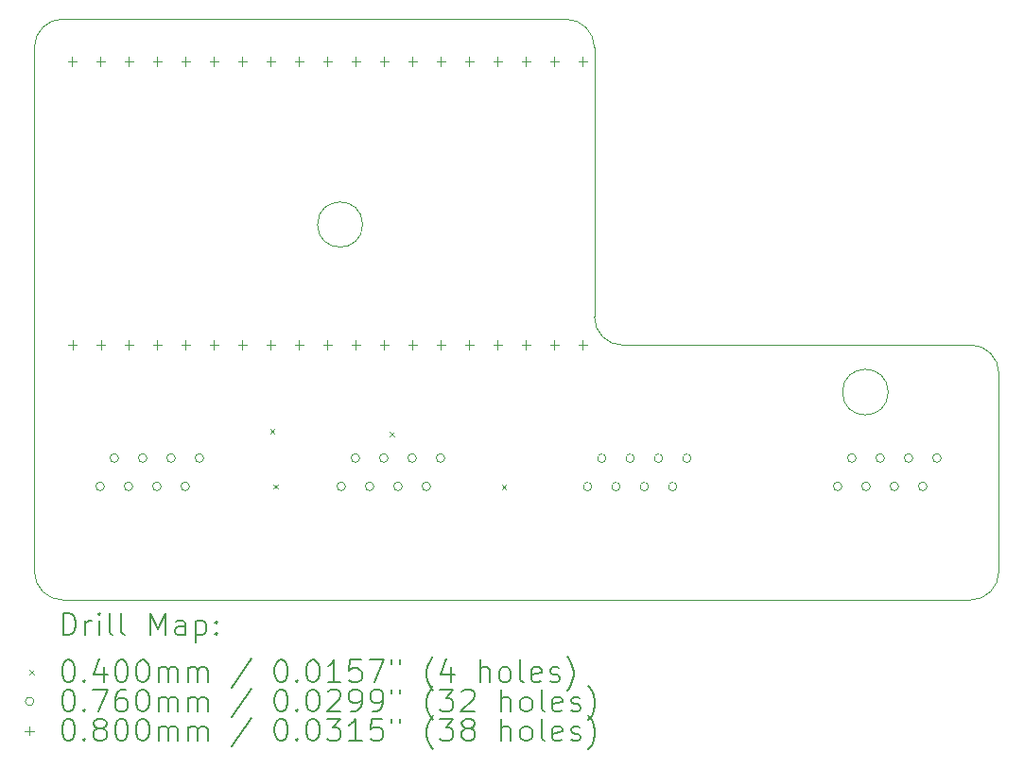
<source format=gbr>
%TF.GenerationSoftware,KiCad,Pcbnew,7.0.9*%
%TF.CreationDate,2023-12-29T21:55:32-05:00*%
%TF.ProjectId,Esp Controller,45737020-436f-46e7-9472-6f6c6c65722e,rev?*%
%TF.SameCoordinates,Original*%
%TF.FileFunction,Drillmap*%
%TF.FilePolarity,Positive*%
%FSLAX45Y45*%
G04 Gerber Fmt 4.5, Leading zero omitted, Abs format (unit mm)*
G04 Created by KiCad (PCBNEW 7.0.9) date 2023-12-29 21:55:32*
%MOMM*%
%LPD*%
G01*
G04 APERTURE LIST*
%ADD10C,0.100000*%
%ADD11C,0.200000*%
G04 APERTURE END LIST*
D10*
X17653000Y-10160000D02*
X9525000Y-10160000D01*
X17907000Y-8128000D02*
G75*
G03*
X17653000Y-7874000I-254000J0D01*
G01*
X16915553Y-8297000D02*
G75*
G03*
X16915553Y-8297000I-204553J0D01*
G01*
X14284605Y-5208395D02*
X14284605Y-7621395D01*
X12210040Y-6795000D02*
G75*
G03*
X12210040Y-6795000I-202040J0D01*
G01*
X9525000Y-4953000D02*
G75*
G03*
X9271000Y-5207000I0J-254000D01*
G01*
X14284605Y-5208395D02*
G75*
G03*
X14030605Y-4954395I-253995J5D01*
G01*
X14284605Y-7621395D02*
G75*
G03*
X14538605Y-7875395I253995J-5D01*
G01*
X9525000Y-4953000D02*
X14030605Y-4954395D01*
X9271000Y-5207000D02*
X9271000Y-9906000D01*
X17907000Y-9906000D02*
X17907000Y-8128000D01*
X17653000Y-10160000D02*
G75*
G03*
X17907000Y-9906000I0J254000D01*
G01*
X14538605Y-7875395D02*
X17653000Y-7874000D01*
X9271000Y-9906000D02*
G75*
G03*
X9525000Y-10160000I254000J0D01*
G01*
D11*
D10*
X11380000Y-8630000D02*
X11420000Y-8670000D01*
X11420000Y-8630000D02*
X11380000Y-8670000D01*
X11410000Y-9124000D02*
X11450000Y-9164000D01*
X11450000Y-9124000D02*
X11410000Y-9164000D01*
X12455000Y-8655000D02*
X12495000Y-8695000D01*
X12495000Y-8655000D02*
X12455000Y-8695000D01*
X13455000Y-9130000D02*
X13495000Y-9170000D01*
X13495000Y-9130000D02*
X13455000Y-9170000D01*
X9896750Y-9142000D02*
G75*
G03*
X9896750Y-9142000I-38000J0D01*
G01*
X10023750Y-8888000D02*
G75*
G03*
X10023750Y-8888000I-38000J0D01*
G01*
X10150750Y-9142000D02*
G75*
G03*
X10150750Y-9142000I-38000J0D01*
G01*
X10277750Y-8888000D02*
G75*
G03*
X10277750Y-8888000I-38000J0D01*
G01*
X10404750Y-9142000D02*
G75*
G03*
X10404750Y-9142000I-38000J0D01*
G01*
X10531750Y-8888000D02*
G75*
G03*
X10531750Y-8888000I-38000J0D01*
G01*
X10658750Y-9142000D02*
G75*
G03*
X10658750Y-9142000I-38000J0D01*
G01*
X10785750Y-8888000D02*
G75*
G03*
X10785750Y-8888000I-38000J0D01*
G01*
X12055750Y-9142000D02*
G75*
G03*
X12055750Y-9142000I-38000J0D01*
G01*
X12182750Y-8888000D02*
G75*
G03*
X12182750Y-8888000I-38000J0D01*
G01*
X12309750Y-9142000D02*
G75*
G03*
X12309750Y-9142000I-38000J0D01*
G01*
X12436750Y-8888000D02*
G75*
G03*
X12436750Y-8888000I-38000J0D01*
G01*
X12563750Y-9142000D02*
G75*
G03*
X12563750Y-9142000I-38000J0D01*
G01*
X12690750Y-8888000D02*
G75*
G03*
X12690750Y-8888000I-38000J0D01*
G01*
X12817750Y-9142000D02*
G75*
G03*
X12817750Y-9142000I-38000J0D01*
G01*
X12944750Y-8888000D02*
G75*
G03*
X12944750Y-8888000I-38000J0D01*
G01*
X14262000Y-9144000D02*
G75*
G03*
X14262000Y-9144000I-38000J0D01*
G01*
X14389000Y-8890000D02*
G75*
G03*
X14389000Y-8890000I-38000J0D01*
G01*
X14516000Y-9144000D02*
G75*
G03*
X14516000Y-9144000I-38000J0D01*
G01*
X14643000Y-8890000D02*
G75*
G03*
X14643000Y-8890000I-38000J0D01*
G01*
X14770000Y-9144000D02*
G75*
G03*
X14770000Y-9144000I-38000J0D01*
G01*
X14897000Y-8890000D02*
G75*
G03*
X14897000Y-8890000I-38000J0D01*
G01*
X15024000Y-9144000D02*
G75*
G03*
X15024000Y-9144000I-38000J0D01*
G01*
X15151000Y-8890000D02*
G75*
G03*
X15151000Y-8890000I-38000J0D01*
G01*
X16500750Y-9142000D02*
G75*
G03*
X16500750Y-9142000I-38000J0D01*
G01*
X16627750Y-8888000D02*
G75*
G03*
X16627750Y-8888000I-38000J0D01*
G01*
X16754750Y-9142000D02*
G75*
G03*
X16754750Y-9142000I-38000J0D01*
G01*
X16881750Y-8888000D02*
G75*
G03*
X16881750Y-8888000I-38000J0D01*
G01*
X17008750Y-9142000D02*
G75*
G03*
X17008750Y-9142000I-38000J0D01*
G01*
X17135750Y-8888000D02*
G75*
G03*
X17135750Y-8888000I-38000J0D01*
G01*
X17262750Y-9142000D02*
G75*
G03*
X17262750Y-9142000I-38000J0D01*
G01*
X17389750Y-8888000D02*
G75*
G03*
X17389750Y-8888000I-38000J0D01*
G01*
X9610344Y-5294000D02*
X9610344Y-5374000D01*
X9570344Y-5334000D02*
X9650344Y-5334000D01*
X9610616Y-7833632D02*
X9610616Y-7913632D01*
X9570616Y-7873632D02*
X9650616Y-7873632D01*
X9864344Y-5294000D02*
X9864344Y-5374000D01*
X9824344Y-5334000D02*
X9904344Y-5334000D01*
X9864616Y-7833632D02*
X9864616Y-7913632D01*
X9824616Y-7873632D02*
X9904616Y-7873632D01*
X10118344Y-5294000D02*
X10118344Y-5374000D01*
X10078344Y-5334000D02*
X10158344Y-5334000D01*
X10118344Y-7834000D02*
X10118344Y-7914000D01*
X10078344Y-7874000D02*
X10158344Y-7874000D01*
X10372344Y-5294000D02*
X10372344Y-5374000D01*
X10332344Y-5334000D02*
X10412344Y-5334000D01*
X10372344Y-7834000D02*
X10372344Y-7914000D01*
X10332344Y-7874000D02*
X10412344Y-7874000D01*
X10626344Y-5294000D02*
X10626344Y-5374000D01*
X10586344Y-5334000D02*
X10666344Y-5334000D01*
X10626344Y-7834000D02*
X10626344Y-7914000D01*
X10586344Y-7874000D02*
X10666344Y-7874000D01*
X10880344Y-5294000D02*
X10880344Y-5374000D01*
X10840344Y-5334000D02*
X10920344Y-5334000D01*
X10880344Y-7834000D02*
X10880344Y-7914000D01*
X10840344Y-7874000D02*
X10920344Y-7874000D01*
X11134344Y-5294000D02*
X11134344Y-5374000D01*
X11094344Y-5334000D02*
X11174344Y-5334000D01*
X11134344Y-7834000D02*
X11134344Y-7914000D01*
X11094344Y-7874000D02*
X11174344Y-7874000D01*
X11388344Y-5294000D02*
X11388344Y-5374000D01*
X11348344Y-5334000D02*
X11428344Y-5334000D01*
X11388344Y-7834000D02*
X11388344Y-7914000D01*
X11348344Y-7874000D02*
X11428344Y-7874000D01*
X11642344Y-5294000D02*
X11642344Y-5374000D01*
X11602344Y-5334000D02*
X11682344Y-5334000D01*
X11642344Y-7834000D02*
X11642344Y-7914000D01*
X11602344Y-7874000D02*
X11682344Y-7874000D01*
X11896344Y-5294000D02*
X11896344Y-5374000D01*
X11856344Y-5334000D02*
X11936344Y-5334000D01*
X11896344Y-7834000D02*
X11896344Y-7914000D01*
X11856344Y-7874000D02*
X11936344Y-7874000D01*
X12150344Y-5294000D02*
X12150344Y-5374000D01*
X12110344Y-5334000D02*
X12190344Y-5334000D01*
X12150344Y-7834000D02*
X12150344Y-7914000D01*
X12110344Y-7874000D02*
X12190344Y-7874000D01*
X12404344Y-5294000D02*
X12404344Y-5374000D01*
X12364344Y-5334000D02*
X12444344Y-5334000D01*
X12404344Y-7834000D02*
X12404344Y-7914000D01*
X12364344Y-7874000D02*
X12444344Y-7874000D01*
X12658344Y-5294000D02*
X12658344Y-5374000D01*
X12618344Y-5334000D02*
X12698344Y-5334000D01*
X12658344Y-7834000D02*
X12658344Y-7914000D01*
X12618344Y-7874000D02*
X12698344Y-7874000D01*
X12912344Y-5294000D02*
X12912344Y-5374000D01*
X12872344Y-5334000D02*
X12952344Y-5334000D01*
X12912344Y-7834000D02*
X12912344Y-7914000D01*
X12872344Y-7874000D02*
X12952344Y-7874000D01*
X13166344Y-5294000D02*
X13166344Y-5374000D01*
X13126344Y-5334000D02*
X13206344Y-5334000D01*
X13166344Y-7834000D02*
X13166344Y-7914000D01*
X13126344Y-7874000D02*
X13206344Y-7874000D01*
X13420344Y-5294000D02*
X13420344Y-5374000D01*
X13380344Y-5334000D02*
X13460344Y-5334000D01*
X13420344Y-7834000D02*
X13420344Y-7914000D01*
X13380344Y-7874000D02*
X13460344Y-7874000D01*
X13674344Y-5294000D02*
X13674344Y-5374000D01*
X13634344Y-5334000D02*
X13714344Y-5334000D01*
X13674344Y-7834000D02*
X13674344Y-7914000D01*
X13634344Y-7874000D02*
X13714344Y-7874000D01*
X13928344Y-5294000D02*
X13928344Y-5374000D01*
X13888344Y-5334000D02*
X13968344Y-5334000D01*
X13928344Y-7834000D02*
X13928344Y-7914000D01*
X13888344Y-7874000D02*
X13968344Y-7874000D01*
X14182344Y-5294000D02*
X14182344Y-5374000D01*
X14142344Y-5334000D02*
X14222344Y-5334000D01*
X14182344Y-7834000D02*
X14182344Y-7914000D01*
X14142344Y-7874000D02*
X14222344Y-7874000D01*
D11*
X9526777Y-10476484D02*
X9526777Y-10276484D01*
X9526777Y-10276484D02*
X9574396Y-10276484D01*
X9574396Y-10276484D02*
X9602967Y-10286008D01*
X9602967Y-10286008D02*
X9622015Y-10305055D01*
X9622015Y-10305055D02*
X9631539Y-10324103D01*
X9631539Y-10324103D02*
X9641063Y-10362198D01*
X9641063Y-10362198D02*
X9641063Y-10390770D01*
X9641063Y-10390770D02*
X9631539Y-10428865D01*
X9631539Y-10428865D02*
X9622015Y-10447912D01*
X9622015Y-10447912D02*
X9602967Y-10466960D01*
X9602967Y-10466960D02*
X9574396Y-10476484D01*
X9574396Y-10476484D02*
X9526777Y-10476484D01*
X9726777Y-10476484D02*
X9726777Y-10343150D01*
X9726777Y-10381246D02*
X9736301Y-10362198D01*
X9736301Y-10362198D02*
X9745824Y-10352674D01*
X9745824Y-10352674D02*
X9764872Y-10343150D01*
X9764872Y-10343150D02*
X9783920Y-10343150D01*
X9850586Y-10476484D02*
X9850586Y-10343150D01*
X9850586Y-10276484D02*
X9841063Y-10286008D01*
X9841063Y-10286008D02*
X9850586Y-10295531D01*
X9850586Y-10295531D02*
X9860110Y-10286008D01*
X9860110Y-10286008D02*
X9850586Y-10276484D01*
X9850586Y-10276484D02*
X9850586Y-10295531D01*
X9974396Y-10476484D02*
X9955348Y-10466960D01*
X9955348Y-10466960D02*
X9945824Y-10447912D01*
X9945824Y-10447912D02*
X9945824Y-10276484D01*
X10079158Y-10476484D02*
X10060110Y-10466960D01*
X10060110Y-10466960D02*
X10050586Y-10447912D01*
X10050586Y-10447912D02*
X10050586Y-10276484D01*
X10307729Y-10476484D02*
X10307729Y-10276484D01*
X10307729Y-10276484D02*
X10374396Y-10419341D01*
X10374396Y-10419341D02*
X10441063Y-10276484D01*
X10441063Y-10276484D02*
X10441063Y-10476484D01*
X10622015Y-10476484D02*
X10622015Y-10371722D01*
X10622015Y-10371722D02*
X10612491Y-10352674D01*
X10612491Y-10352674D02*
X10593444Y-10343150D01*
X10593444Y-10343150D02*
X10555348Y-10343150D01*
X10555348Y-10343150D02*
X10536301Y-10352674D01*
X10622015Y-10466960D02*
X10602967Y-10476484D01*
X10602967Y-10476484D02*
X10555348Y-10476484D01*
X10555348Y-10476484D02*
X10536301Y-10466960D01*
X10536301Y-10466960D02*
X10526777Y-10447912D01*
X10526777Y-10447912D02*
X10526777Y-10428865D01*
X10526777Y-10428865D02*
X10536301Y-10409817D01*
X10536301Y-10409817D02*
X10555348Y-10400293D01*
X10555348Y-10400293D02*
X10602967Y-10400293D01*
X10602967Y-10400293D02*
X10622015Y-10390770D01*
X10717253Y-10343150D02*
X10717253Y-10543150D01*
X10717253Y-10352674D02*
X10736301Y-10343150D01*
X10736301Y-10343150D02*
X10774396Y-10343150D01*
X10774396Y-10343150D02*
X10793444Y-10352674D01*
X10793444Y-10352674D02*
X10802967Y-10362198D01*
X10802967Y-10362198D02*
X10812491Y-10381246D01*
X10812491Y-10381246D02*
X10812491Y-10438389D01*
X10812491Y-10438389D02*
X10802967Y-10457436D01*
X10802967Y-10457436D02*
X10793444Y-10466960D01*
X10793444Y-10466960D02*
X10774396Y-10476484D01*
X10774396Y-10476484D02*
X10736301Y-10476484D01*
X10736301Y-10476484D02*
X10717253Y-10466960D01*
X10898205Y-10457436D02*
X10907729Y-10466960D01*
X10907729Y-10466960D02*
X10898205Y-10476484D01*
X10898205Y-10476484D02*
X10888682Y-10466960D01*
X10888682Y-10466960D02*
X10898205Y-10457436D01*
X10898205Y-10457436D02*
X10898205Y-10476484D01*
X10898205Y-10352674D02*
X10907729Y-10362198D01*
X10907729Y-10362198D02*
X10898205Y-10371722D01*
X10898205Y-10371722D02*
X10888682Y-10362198D01*
X10888682Y-10362198D02*
X10898205Y-10352674D01*
X10898205Y-10352674D02*
X10898205Y-10371722D01*
D10*
X9226000Y-10785000D02*
X9266000Y-10825000D01*
X9266000Y-10785000D02*
X9226000Y-10825000D01*
D11*
X9564872Y-10696484D02*
X9583920Y-10696484D01*
X9583920Y-10696484D02*
X9602967Y-10706008D01*
X9602967Y-10706008D02*
X9612491Y-10715531D01*
X9612491Y-10715531D02*
X9622015Y-10734579D01*
X9622015Y-10734579D02*
X9631539Y-10772674D01*
X9631539Y-10772674D02*
X9631539Y-10820293D01*
X9631539Y-10820293D02*
X9622015Y-10858389D01*
X9622015Y-10858389D02*
X9612491Y-10877436D01*
X9612491Y-10877436D02*
X9602967Y-10886960D01*
X9602967Y-10886960D02*
X9583920Y-10896484D01*
X9583920Y-10896484D02*
X9564872Y-10896484D01*
X9564872Y-10896484D02*
X9545824Y-10886960D01*
X9545824Y-10886960D02*
X9536301Y-10877436D01*
X9536301Y-10877436D02*
X9526777Y-10858389D01*
X9526777Y-10858389D02*
X9517253Y-10820293D01*
X9517253Y-10820293D02*
X9517253Y-10772674D01*
X9517253Y-10772674D02*
X9526777Y-10734579D01*
X9526777Y-10734579D02*
X9536301Y-10715531D01*
X9536301Y-10715531D02*
X9545824Y-10706008D01*
X9545824Y-10706008D02*
X9564872Y-10696484D01*
X9717253Y-10877436D02*
X9726777Y-10886960D01*
X9726777Y-10886960D02*
X9717253Y-10896484D01*
X9717253Y-10896484D02*
X9707729Y-10886960D01*
X9707729Y-10886960D02*
X9717253Y-10877436D01*
X9717253Y-10877436D02*
X9717253Y-10896484D01*
X9898205Y-10763150D02*
X9898205Y-10896484D01*
X9850586Y-10686960D02*
X9802967Y-10829817D01*
X9802967Y-10829817D02*
X9926777Y-10829817D01*
X10041063Y-10696484D02*
X10060110Y-10696484D01*
X10060110Y-10696484D02*
X10079158Y-10706008D01*
X10079158Y-10706008D02*
X10088682Y-10715531D01*
X10088682Y-10715531D02*
X10098205Y-10734579D01*
X10098205Y-10734579D02*
X10107729Y-10772674D01*
X10107729Y-10772674D02*
X10107729Y-10820293D01*
X10107729Y-10820293D02*
X10098205Y-10858389D01*
X10098205Y-10858389D02*
X10088682Y-10877436D01*
X10088682Y-10877436D02*
X10079158Y-10886960D01*
X10079158Y-10886960D02*
X10060110Y-10896484D01*
X10060110Y-10896484D02*
X10041063Y-10896484D01*
X10041063Y-10896484D02*
X10022015Y-10886960D01*
X10022015Y-10886960D02*
X10012491Y-10877436D01*
X10012491Y-10877436D02*
X10002967Y-10858389D01*
X10002967Y-10858389D02*
X9993444Y-10820293D01*
X9993444Y-10820293D02*
X9993444Y-10772674D01*
X9993444Y-10772674D02*
X10002967Y-10734579D01*
X10002967Y-10734579D02*
X10012491Y-10715531D01*
X10012491Y-10715531D02*
X10022015Y-10706008D01*
X10022015Y-10706008D02*
X10041063Y-10696484D01*
X10231539Y-10696484D02*
X10250586Y-10696484D01*
X10250586Y-10696484D02*
X10269634Y-10706008D01*
X10269634Y-10706008D02*
X10279158Y-10715531D01*
X10279158Y-10715531D02*
X10288682Y-10734579D01*
X10288682Y-10734579D02*
X10298205Y-10772674D01*
X10298205Y-10772674D02*
X10298205Y-10820293D01*
X10298205Y-10820293D02*
X10288682Y-10858389D01*
X10288682Y-10858389D02*
X10279158Y-10877436D01*
X10279158Y-10877436D02*
X10269634Y-10886960D01*
X10269634Y-10886960D02*
X10250586Y-10896484D01*
X10250586Y-10896484D02*
X10231539Y-10896484D01*
X10231539Y-10896484D02*
X10212491Y-10886960D01*
X10212491Y-10886960D02*
X10202967Y-10877436D01*
X10202967Y-10877436D02*
X10193444Y-10858389D01*
X10193444Y-10858389D02*
X10183920Y-10820293D01*
X10183920Y-10820293D02*
X10183920Y-10772674D01*
X10183920Y-10772674D02*
X10193444Y-10734579D01*
X10193444Y-10734579D02*
X10202967Y-10715531D01*
X10202967Y-10715531D02*
X10212491Y-10706008D01*
X10212491Y-10706008D02*
X10231539Y-10696484D01*
X10383920Y-10896484D02*
X10383920Y-10763150D01*
X10383920Y-10782198D02*
X10393444Y-10772674D01*
X10393444Y-10772674D02*
X10412491Y-10763150D01*
X10412491Y-10763150D02*
X10441063Y-10763150D01*
X10441063Y-10763150D02*
X10460110Y-10772674D01*
X10460110Y-10772674D02*
X10469634Y-10791722D01*
X10469634Y-10791722D02*
X10469634Y-10896484D01*
X10469634Y-10791722D02*
X10479158Y-10772674D01*
X10479158Y-10772674D02*
X10498205Y-10763150D01*
X10498205Y-10763150D02*
X10526777Y-10763150D01*
X10526777Y-10763150D02*
X10545825Y-10772674D01*
X10545825Y-10772674D02*
X10555348Y-10791722D01*
X10555348Y-10791722D02*
X10555348Y-10896484D01*
X10650586Y-10896484D02*
X10650586Y-10763150D01*
X10650586Y-10782198D02*
X10660110Y-10772674D01*
X10660110Y-10772674D02*
X10679158Y-10763150D01*
X10679158Y-10763150D02*
X10707729Y-10763150D01*
X10707729Y-10763150D02*
X10726777Y-10772674D01*
X10726777Y-10772674D02*
X10736301Y-10791722D01*
X10736301Y-10791722D02*
X10736301Y-10896484D01*
X10736301Y-10791722D02*
X10745825Y-10772674D01*
X10745825Y-10772674D02*
X10764872Y-10763150D01*
X10764872Y-10763150D02*
X10793444Y-10763150D01*
X10793444Y-10763150D02*
X10812491Y-10772674D01*
X10812491Y-10772674D02*
X10822015Y-10791722D01*
X10822015Y-10791722D02*
X10822015Y-10896484D01*
X11212491Y-10686960D02*
X11041063Y-10944103D01*
X11469634Y-10696484D02*
X11488682Y-10696484D01*
X11488682Y-10696484D02*
X11507729Y-10706008D01*
X11507729Y-10706008D02*
X11517253Y-10715531D01*
X11517253Y-10715531D02*
X11526777Y-10734579D01*
X11526777Y-10734579D02*
X11536301Y-10772674D01*
X11536301Y-10772674D02*
X11536301Y-10820293D01*
X11536301Y-10820293D02*
X11526777Y-10858389D01*
X11526777Y-10858389D02*
X11517253Y-10877436D01*
X11517253Y-10877436D02*
X11507729Y-10886960D01*
X11507729Y-10886960D02*
X11488682Y-10896484D01*
X11488682Y-10896484D02*
X11469634Y-10896484D01*
X11469634Y-10896484D02*
X11450586Y-10886960D01*
X11450586Y-10886960D02*
X11441063Y-10877436D01*
X11441063Y-10877436D02*
X11431539Y-10858389D01*
X11431539Y-10858389D02*
X11422015Y-10820293D01*
X11422015Y-10820293D02*
X11422015Y-10772674D01*
X11422015Y-10772674D02*
X11431539Y-10734579D01*
X11431539Y-10734579D02*
X11441063Y-10715531D01*
X11441063Y-10715531D02*
X11450586Y-10706008D01*
X11450586Y-10706008D02*
X11469634Y-10696484D01*
X11622015Y-10877436D02*
X11631539Y-10886960D01*
X11631539Y-10886960D02*
X11622015Y-10896484D01*
X11622015Y-10896484D02*
X11612491Y-10886960D01*
X11612491Y-10886960D02*
X11622015Y-10877436D01*
X11622015Y-10877436D02*
X11622015Y-10896484D01*
X11755348Y-10696484D02*
X11774396Y-10696484D01*
X11774396Y-10696484D02*
X11793444Y-10706008D01*
X11793444Y-10706008D02*
X11802967Y-10715531D01*
X11802967Y-10715531D02*
X11812491Y-10734579D01*
X11812491Y-10734579D02*
X11822015Y-10772674D01*
X11822015Y-10772674D02*
X11822015Y-10820293D01*
X11822015Y-10820293D02*
X11812491Y-10858389D01*
X11812491Y-10858389D02*
X11802967Y-10877436D01*
X11802967Y-10877436D02*
X11793444Y-10886960D01*
X11793444Y-10886960D02*
X11774396Y-10896484D01*
X11774396Y-10896484D02*
X11755348Y-10896484D01*
X11755348Y-10896484D02*
X11736301Y-10886960D01*
X11736301Y-10886960D02*
X11726777Y-10877436D01*
X11726777Y-10877436D02*
X11717253Y-10858389D01*
X11717253Y-10858389D02*
X11707729Y-10820293D01*
X11707729Y-10820293D02*
X11707729Y-10772674D01*
X11707729Y-10772674D02*
X11717253Y-10734579D01*
X11717253Y-10734579D02*
X11726777Y-10715531D01*
X11726777Y-10715531D02*
X11736301Y-10706008D01*
X11736301Y-10706008D02*
X11755348Y-10696484D01*
X12012491Y-10896484D02*
X11898206Y-10896484D01*
X11955348Y-10896484D02*
X11955348Y-10696484D01*
X11955348Y-10696484D02*
X11936301Y-10725055D01*
X11936301Y-10725055D02*
X11917253Y-10744103D01*
X11917253Y-10744103D02*
X11898206Y-10753627D01*
X12193444Y-10696484D02*
X12098206Y-10696484D01*
X12098206Y-10696484D02*
X12088682Y-10791722D01*
X12088682Y-10791722D02*
X12098206Y-10782198D01*
X12098206Y-10782198D02*
X12117253Y-10772674D01*
X12117253Y-10772674D02*
X12164872Y-10772674D01*
X12164872Y-10772674D02*
X12183920Y-10782198D01*
X12183920Y-10782198D02*
X12193444Y-10791722D01*
X12193444Y-10791722D02*
X12202967Y-10810770D01*
X12202967Y-10810770D02*
X12202967Y-10858389D01*
X12202967Y-10858389D02*
X12193444Y-10877436D01*
X12193444Y-10877436D02*
X12183920Y-10886960D01*
X12183920Y-10886960D02*
X12164872Y-10896484D01*
X12164872Y-10896484D02*
X12117253Y-10896484D01*
X12117253Y-10896484D02*
X12098206Y-10886960D01*
X12098206Y-10886960D02*
X12088682Y-10877436D01*
X12269634Y-10696484D02*
X12402967Y-10696484D01*
X12402967Y-10696484D02*
X12317253Y-10896484D01*
X12469634Y-10696484D02*
X12469634Y-10734579D01*
X12545825Y-10696484D02*
X12545825Y-10734579D01*
X12841063Y-10972674D02*
X12831539Y-10963150D01*
X12831539Y-10963150D02*
X12812491Y-10934579D01*
X12812491Y-10934579D02*
X12802968Y-10915531D01*
X12802968Y-10915531D02*
X12793444Y-10886960D01*
X12793444Y-10886960D02*
X12783920Y-10839341D01*
X12783920Y-10839341D02*
X12783920Y-10801246D01*
X12783920Y-10801246D02*
X12793444Y-10753627D01*
X12793444Y-10753627D02*
X12802968Y-10725055D01*
X12802968Y-10725055D02*
X12812491Y-10706008D01*
X12812491Y-10706008D02*
X12831539Y-10677436D01*
X12831539Y-10677436D02*
X12841063Y-10667912D01*
X13002968Y-10763150D02*
X13002968Y-10896484D01*
X12955348Y-10686960D02*
X12907729Y-10829817D01*
X12907729Y-10829817D02*
X13031539Y-10829817D01*
X13260110Y-10896484D02*
X13260110Y-10696484D01*
X13345825Y-10896484D02*
X13345825Y-10791722D01*
X13345825Y-10791722D02*
X13336301Y-10772674D01*
X13336301Y-10772674D02*
X13317253Y-10763150D01*
X13317253Y-10763150D02*
X13288682Y-10763150D01*
X13288682Y-10763150D02*
X13269634Y-10772674D01*
X13269634Y-10772674D02*
X13260110Y-10782198D01*
X13469634Y-10896484D02*
X13450587Y-10886960D01*
X13450587Y-10886960D02*
X13441063Y-10877436D01*
X13441063Y-10877436D02*
X13431539Y-10858389D01*
X13431539Y-10858389D02*
X13431539Y-10801246D01*
X13431539Y-10801246D02*
X13441063Y-10782198D01*
X13441063Y-10782198D02*
X13450587Y-10772674D01*
X13450587Y-10772674D02*
X13469634Y-10763150D01*
X13469634Y-10763150D02*
X13498206Y-10763150D01*
X13498206Y-10763150D02*
X13517253Y-10772674D01*
X13517253Y-10772674D02*
X13526777Y-10782198D01*
X13526777Y-10782198D02*
X13536301Y-10801246D01*
X13536301Y-10801246D02*
X13536301Y-10858389D01*
X13536301Y-10858389D02*
X13526777Y-10877436D01*
X13526777Y-10877436D02*
X13517253Y-10886960D01*
X13517253Y-10886960D02*
X13498206Y-10896484D01*
X13498206Y-10896484D02*
X13469634Y-10896484D01*
X13650587Y-10896484D02*
X13631539Y-10886960D01*
X13631539Y-10886960D02*
X13622015Y-10867912D01*
X13622015Y-10867912D02*
X13622015Y-10696484D01*
X13802968Y-10886960D02*
X13783920Y-10896484D01*
X13783920Y-10896484D02*
X13745825Y-10896484D01*
X13745825Y-10896484D02*
X13726777Y-10886960D01*
X13726777Y-10886960D02*
X13717253Y-10867912D01*
X13717253Y-10867912D02*
X13717253Y-10791722D01*
X13717253Y-10791722D02*
X13726777Y-10772674D01*
X13726777Y-10772674D02*
X13745825Y-10763150D01*
X13745825Y-10763150D02*
X13783920Y-10763150D01*
X13783920Y-10763150D02*
X13802968Y-10772674D01*
X13802968Y-10772674D02*
X13812491Y-10791722D01*
X13812491Y-10791722D02*
X13812491Y-10810770D01*
X13812491Y-10810770D02*
X13717253Y-10829817D01*
X13888682Y-10886960D02*
X13907730Y-10896484D01*
X13907730Y-10896484D02*
X13945825Y-10896484D01*
X13945825Y-10896484D02*
X13964872Y-10886960D01*
X13964872Y-10886960D02*
X13974396Y-10867912D01*
X13974396Y-10867912D02*
X13974396Y-10858389D01*
X13974396Y-10858389D02*
X13964872Y-10839341D01*
X13964872Y-10839341D02*
X13945825Y-10829817D01*
X13945825Y-10829817D02*
X13917253Y-10829817D01*
X13917253Y-10829817D02*
X13898206Y-10820293D01*
X13898206Y-10820293D02*
X13888682Y-10801246D01*
X13888682Y-10801246D02*
X13888682Y-10791722D01*
X13888682Y-10791722D02*
X13898206Y-10772674D01*
X13898206Y-10772674D02*
X13917253Y-10763150D01*
X13917253Y-10763150D02*
X13945825Y-10763150D01*
X13945825Y-10763150D02*
X13964872Y-10772674D01*
X14041063Y-10972674D02*
X14050587Y-10963150D01*
X14050587Y-10963150D02*
X14069634Y-10934579D01*
X14069634Y-10934579D02*
X14079158Y-10915531D01*
X14079158Y-10915531D02*
X14088682Y-10886960D01*
X14088682Y-10886960D02*
X14098206Y-10839341D01*
X14098206Y-10839341D02*
X14098206Y-10801246D01*
X14098206Y-10801246D02*
X14088682Y-10753627D01*
X14088682Y-10753627D02*
X14079158Y-10725055D01*
X14079158Y-10725055D02*
X14069634Y-10706008D01*
X14069634Y-10706008D02*
X14050587Y-10677436D01*
X14050587Y-10677436D02*
X14041063Y-10667912D01*
D10*
X9266000Y-11069000D02*
G75*
G03*
X9266000Y-11069000I-38000J0D01*
G01*
D11*
X9564872Y-10960484D02*
X9583920Y-10960484D01*
X9583920Y-10960484D02*
X9602967Y-10970008D01*
X9602967Y-10970008D02*
X9612491Y-10979531D01*
X9612491Y-10979531D02*
X9622015Y-10998579D01*
X9622015Y-10998579D02*
X9631539Y-11036674D01*
X9631539Y-11036674D02*
X9631539Y-11084293D01*
X9631539Y-11084293D02*
X9622015Y-11122389D01*
X9622015Y-11122389D02*
X9612491Y-11141436D01*
X9612491Y-11141436D02*
X9602967Y-11150960D01*
X9602967Y-11150960D02*
X9583920Y-11160484D01*
X9583920Y-11160484D02*
X9564872Y-11160484D01*
X9564872Y-11160484D02*
X9545824Y-11150960D01*
X9545824Y-11150960D02*
X9536301Y-11141436D01*
X9536301Y-11141436D02*
X9526777Y-11122389D01*
X9526777Y-11122389D02*
X9517253Y-11084293D01*
X9517253Y-11084293D02*
X9517253Y-11036674D01*
X9517253Y-11036674D02*
X9526777Y-10998579D01*
X9526777Y-10998579D02*
X9536301Y-10979531D01*
X9536301Y-10979531D02*
X9545824Y-10970008D01*
X9545824Y-10970008D02*
X9564872Y-10960484D01*
X9717253Y-11141436D02*
X9726777Y-11150960D01*
X9726777Y-11150960D02*
X9717253Y-11160484D01*
X9717253Y-11160484D02*
X9707729Y-11150960D01*
X9707729Y-11150960D02*
X9717253Y-11141436D01*
X9717253Y-11141436D02*
X9717253Y-11160484D01*
X9793444Y-10960484D02*
X9926777Y-10960484D01*
X9926777Y-10960484D02*
X9841063Y-11160484D01*
X10088682Y-10960484D02*
X10050586Y-10960484D01*
X10050586Y-10960484D02*
X10031539Y-10970008D01*
X10031539Y-10970008D02*
X10022015Y-10979531D01*
X10022015Y-10979531D02*
X10002967Y-11008103D01*
X10002967Y-11008103D02*
X9993444Y-11046198D01*
X9993444Y-11046198D02*
X9993444Y-11122389D01*
X9993444Y-11122389D02*
X10002967Y-11141436D01*
X10002967Y-11141436D02*
X10012491Y-11150960D01*
X10012491Y-11150960D02*
X10031539Y-11160484D01*
X10031539Y-11160484D02*
X10069634Y-11160484D01*
X10069634Y-11160484D02*
X10088682Y-11150960D01*
X10088682Y-11150960D02*
X10098205Y-11141436D01*
X10098205Y-11141436D02*
X10107729Y-11122389D01*
X10107729Y-11122389D02*
X10107729Y-11074770D01*
X10107729Y-11074770D02*
X10098205Y-11055722D01*
X10098205Y-11055722D02*
X10088682Y-11046198D01*
X10088682Y-11046198D02*
X10069634Y-11036674D01*
X10069634Y-11036674D02*
X10031539Y-11036674D01*
X10031539Y-11036674D02*
X10012491Y-11046198D01*
X10012491Y-11046198D02*
X10002967Y-11055722D01*
X10002967Y-11055722D02*
X9993444Y-11074770D01*
X10231539Y-10960484D02*
X10250586Y-10960484D01*
X10250586Y-10960484D02*
X10269634Y-10970008D01*
X10269634Y-10970008D02*
X10279158Y-10979531D01*
X10279158Y-10979531D02*
X10288682Y-10998579D01*
X10288682Y-10998579D02*
X10298205Y-11036674D01*
X10298205Y-11036674D02*
X10298205Y-11084293D01*
X10298205Y-11084293D02*
X10288682Y-11122389D01*
X10288682Y-11122389D02*
X10279158Y-11141436D01*
X10279158Y-11141436D02*
X10269634Y-11150960D01*
X10269634Y-11150960D02*
X10250586Y-11160484D01*
X10250586Y-11160484D02*
X10231539Y-11160484D01*
X10231539Y-11160484D02*
X10212491Y-11150960D01*
X10212491Y-11150960D02*
X10202967Y-11141436D01*
X10202967Y-11141436D02*
X10193444Y-11122389D01*
X10193444Y-11122389D02*
X10183920Y-11084293D01*
X10183920Y-11084293D02*
X10183920Y-11036674D01*
X10183920Y-11036674D02*
X10193444Y-10998579D01*
X10193444Y-10998579D02*
X10202967Y-10979531D01*
X10202967Y-10979531D02*
X10212491Y-10970008D01*
X10212491Y-10970008D02*
X10231539Y-10960484D01*
X10383920Y-11160484D02*
X10383920Y-11027150D01*
X10383920Y-11046198D02*
X10393444Y-11036674D01*
X10393444Y-11036674D02*
X10412491Y-11027150D01*
X10412491Y-11027150D02*
X10441063Y-11027150D01*
X10441063Y-11027150D02*
X10460110Y-11036674D01*
X10460110Y-11036674D02*
X10469634Y-11055722D01*
X10469634Y-11055722D02*
X10469634Y-11160484D01*
X10469634Y-11055722D02*
X10479158Y-11036674D01*
X10479158Y-11036674D02*
X10498205Y-11027150D01*
X10498205Y-11027150D02*
X10526777Y-11027150D01*
X10526777Y-11027150D02*
X10545825Y-11036674D01*
X10545825Y-11036674D02*
X10555348Y-11055722D01*
X10555348Y-11055722D02*
X10555348Y-11160484D01*
X10650586Y-11160484D02*
X10650586Y-11027150D01*
X10650586Y-11046198D02*
X10660110Y-11036674D01*
X10660110Y-11036674D02*
X10679158Y-11027150D01*
X10679158Y-11027150D02*
X10707729Y-11027150D01*
X10707729Y-11027150D02*
X10726777Y-11036674D01*
X10726777Y-11036674D02*
X10736301Y-11055722D01*
X10736301Y-11055722D02*
X10736301Y-11160484D01*
X10736301Y-11055722D02*
X10745825Y-11036674D01*
X10745825Y-11036674D02*
X10764872Y-11027150D01*
X10764872Y-11027150D02*
X10793444Y-11027150D01*
X10793444Y-11027150D02*
X10812491Y-11036674D01*
X10812491Y-11036674D02*
X10822015Y-11055722D01*
X10822015Y-11055722D02*
X10822015Y-11160484D01*
X11212491Y-10950960D02*
X11041063Y-11208103D01*
X11469634Y-10960484D02*
X11488682Y-10960484D01*
X11488682Y-10960484D02*
X11507729Y-10970008D01*
X11507729Y-10970008D02*
X11517253Y-10979531D01*
X11517253Y-10979531D02*
X11526777Y-10998579D01*
X11526777Y-10998579D02*
X11536301Y-11036674D01*
X11536301Y-11036674D02*
X11536301Y-11084293D01*
X11536301Y-11084293D02*
X11526777Y-11122389D01*
X11526777Y-11122389D02*
X11517253Y-11141436D01*
X11517253Y-11141436D02*
X11507729Y-11150960D01*
X11507729Y-11150960D02*
X11488682Y-11160484D01*
X11488682Y-11160484D02*
X11469634Y-11160484D01*
X11469634Y-11160484D02*
X11450586Y-11150960D01*
X11450586Y-11150960D02*
X11441063Y-11141436D01*
X11441063Y-11141436D02*
X11431539Y-11122389D01*
X11431539Y-11122389D02*
X11422015Y-11084293D01*
X11422015Y-11084293D02*
X11422015Y-11036674D01*
X11422015Y-11036674D02*
X11431539Y-10998579D01*
X11431539Y-10998579D02*
X11441063Y-10979531D01*
X11441063Y-10979531D02*
X11450586Y-10970008D01*
X11450586Y-10970008D02*
X11469634Y-10960484D01*
X11622015Y-11141436D02*
X11631539Y-11150960D01*
X11631539Y-11150960D02*
X11622015Y-11160484D01*
X11622015Y-11160484D02*
X11612491Y-11150960D01*
X11612491Y-11150960D02*
X11622015Y-11141436D01*
X11622015Y-11141436D02*
X11622015Y-11160484D01*
X11755348Y-10960484D02*
X11774396Y-10960484D01*
X11774396Y-10960484D02*
X11793444Y-10970008D01*
X11793444Y-10970008D02*
X11802967Y-10979531D01*
X11802967Y-10979531D02*
X11812491Y-10998579D01*
X11812491Y-10998579D02*
X11822015Y-11036674D01*
X11822015Y-11036674D02*
X11822015Y-11084293D01*
X11822015Y-11084293D02*
X11812491Y-11122389D01*
X11812491Y-11122389D02*
X11802967Y-11141436D01*
X11802967Y-11141436D02*
X11793444Y-11150960D01*
X11793444Y-11150960D02*
X11774396Y-11160484D01*
X11774396Y-11160484D02*
X11755348Y-11160484D01*
X11755348Y-11160484D02*
X11736301Y-11150960D01*
X11736301Y-11150960D02*
X11726777Y-11141436D01*
X11726777Y-11141436D02*
X11717253Y-11122389D01*
X11717253Y-11122389D02*
X11707729Y-11084293D01*
X11707729Y-11084293D02*
X11707729Y-11036674D01*
X11707729Y-11036674D02*
X11717253Y-10998579D01*
X11717253Y-10998579D02*
X11726777Y-10979531D01*
X11726777Y-10979531D02*
X11736301Y-10970008D01*
X11736301Y-10970008D02*
X11755348Y-10960484D01*
X11898206Y-10979531D02*
X11907729Y-10970008D01*
X11907729Y-10970008D02*
X11926777Y-10960484D01*
X11926777Y-10960484D02*
X11974396Y-10960484D01*
X11974396Y-10960484D02*
X11993444Y-10970008D01*
X11993444Y-10970008D02*
X12002967Y-10979531D01*
X12002967Y-10979531D02*
X12012491Y-10998579D01*
X12012491Y-10998579D02*
X12012491Y-11017627D01*
X12012491Y-11017627D02*
X12002967Y-11046198D01*
X12002967Y-11046198D02*
X11888682Y-11160484D01*
X11888682Y-11160484D02*
X12012491Y-11160484D01*
X12107729Y-11160484D02*
X12145825Y-11160484D01*
X12145825Y-11160484D02*
X12164872Y-11150960D01*
X12164872Y-11150960D02*
X12174396Y-11141436D01*
X12174396Y-11141436D02*
X12193444Y-11112865D01*
X12193444Y-11112865D02*
X12202967Y-11074770D01*
X12202967Y-11074770D02*
X12202967Y-10998579D01*
X12202967Y-10998579D02*
X12193444Y-10979531D01*
X12193444Y-10979531D02*
X12183920Y-10970008D01*
X12183920Y-10970008D02*
X12164872Y-10960484D01*
X12164872Y-10960484D02*
X12126777Y-10960484D01*
X12126777Y-10960484D02*
X12107729Y-10970008D01*
X12107729Y-10970008D02*
X12098206Y-10979531D01*
X12098206Y-10979531D02*
X12088682Y-10998579D01*
X12088682Y-10998579D02*
X12088682Y-11046198D01*
X12088682Y-11046198D02*
X12098206Y-11065246D01*
X12098206Y-11065246D02*
X12107729Y-11074770D01*
X12107729Y-11074770D02*
X12126777Y-11084293D01*
X12126777Y-11084293D02*
X12164872Y-11084293D01*
X12164872Y-11084293D02*
X12183920Y-11074770D01*
X12183920Y-11074770D02*
X12193444Y-11065246D01*
X12193444Y-11065246D02*
X12202967Y-11046198D01*
X12298206Y-11160484D02*
X12336301Y-11160484D01*
X12336301Y-11160484D02*
X12355348Y-11150960D01*
X12355348Y-11150960D02*
X12364872Y-11141436D01*
X12364872Y-11141436D02*
X12383920Y-11112865D01*
X12383920Y-11112865D02*
X12393444Y-11074770D01*
X12393444Y-11074770D02*
X12393444Y-10998579D01*
X12393444Y-10998579D02*
X12383920Y-10979531D01*
X12383920Y-10979531D02*
X12374396Y-10970008D01*
X12374396Y-10970008D02*
X12355348Y-10960484D01*
X12355348Y-10960484D02*
X12317253Y-10960484D01*
X12317253Y-10960484D02*
X12298206Y-10970008D01*
X12298206Y-10970008D02*
X12288682Y-10979531D01*
X12288682Y-10979531D02*
X12279158Y-10998579D01*
X12279158Y-10998579D02*
X12279158Y-11046198D01*
X12279158Y-11046198D02*
X12288682Y-11065246D01*
X12288682Y-11065246D02*
X12298206Y-11074770D01*
X12298206Y-11074770D02*
X12317253Y-11084293D01*
X12317253Y-11084293D02*
X12355348Y-11084293D01*
X12355348Y-11084293D02*
X12374396Y-11074770D01*
X12374396Y-11074770D02*
X12383920Y-11065246D01*
X12383920Y-11065246D02*
X12393444Y-11046198D01*
X12469634Y-10960484D02*
X12469634Y-10998579D01*
X12545825Y-10960484D02*
X12545825Y-10998579D01*
X12841063Y-11236674D02*
X12831539Y-11227150D01*
X12831539Y-11227150D02*
X12812491Y-11198579D01*
X12812491Y-11198579D02*
X12802968Y-11179531D01*
X12802968Y-11179531D02*
X12793444Y-11150960D01*
X12793444Y-11150960D02*
X12783920Y-11103341D01*
X12783920Y-11103341D02*
X12783920Y-11065246D01*
X12783920Y-11065246D02*
X12793444Y-11017627D01*
X12793444Y-11017627D02*
X12802968Y-10989055D01*
X12802968Y-10989055D02*
X12812491Y-10970008D01*
X12812491Y-10970008D02*
X12831539Y-10941436D01*
X12831539Y-10941436D02*
X12841063Y-10931912D01*
X12898206Y-10960484D02*
X13022015Y-10960484D01*
X13022015Y-10960484D02*
X12955348Y-11036674D01*
X12955348Y-11036674D02*
X12983920Y-11036674D01*
X12983920Y-11036674D02*
X13002968Y-11046198D01*
X13002968Y-11046198D02*
X13012491Y-11055722D01*
X13012491Y-11055722D02*
X13022015Y-11074770D01*
X13022015Y-11074770D02*
X13022015Y-11122389D01*
X13022015Y-11122389D02*
X13012491Y-11141436D01*
X13012491Y-11141436D02*
X13002968Y-11150960D01*
X13002968Y-11150960D02*
X12983920Y-11160484D01*
X12983920Y-11160484D02*
X12926777Y-11160484D01*
X12926777Y-11160484D02*
X12907729Y-11150960D01*
X12907729Y-11150960D02*
X12898206Y-11141436D01*
X13098206Y-10979531D02*
X13107729Y-10970008D01*
X13107729Y-10970008D02*
X13126777Y-10960484D01*
X13126777Y-10960484D02*
X13174396Y-10960484D01*
X13174396Y-10960484D02*
X13193444Y-10970008D01*
X13193444Y-10970008D02*
X13202968Y-10979531D01*
X13202968Y-10979531D02*
X13212491Y-10998579D01*
X13212491Y-10998579D02*
X13212491Y-11017627D01*
X13212491Y-11017627D02*
X13202968Y-11046198D01*
X13202968Y-11046198D02*
X13088682Y-11160484D01*
X13088682Y-11160484D02*
X13212491Y-11160484D01*
X13450587Y-11160484D02*
X13450587Y-10960484D01*
X13536301Y-11160484D02*
X13536301Y-11055722D01*
X13536301Y-11055722D02*
X13526777Y-11036674D01*
X13526777Y-11036674D02*
X13507730Y-11027150D01*
X13507730Y-11027150D02*
X13479158Y-11027150D01*
X13479158Y-11027150D02*
X13460110Y-11036674D01*
X13460110Y-11036674D02*
X13450587Y-11046198D01*
X13660110Y-11160484D02*
X13641063Y-11150960D01*
X13641063Y-11150960D02*
X13631539Y-11141436D01*
X13631539Y-11141436D02*
X13622015Y-11122389D01*
X13622015Y-11122389D02*
X13622015Y-11065246D01*
X13622015Y-11065246D02*
X13631539Y-11046198D01*
X13631539Y-11046198D02*
X13641063Y-11036674D01*
X13641063Y-11036674D02*
X13660110Y-11027150D01*
X13660110Y-11027150D02*
X13688682Y-11027150D01*
X13688682Y-11027150D02*
X13707730Y-11036674D01*
X13707730Y-11036674D02*
X13717253Y-11046198D01*
X13717253Y-11046198D02*
X13726777Y-11065246D01*
X13726777Y-11065246D02*
X13726777Y-11122389D01*
X13726777Y-11122389D02*
X13717253Y-11141436D01*
X13717253Y-11141436D02*
X13707730Y-11150960D01*
X13707730Y-11150960D02*
X13688682Y-11160484D01*
X13688682Y-11160484D02*
X13660110Y-11160484D01*
X13841063Y-11160484D02*
X13822015Y-11150960D01*
X13822015Y-11150960D02*
X13812491Y-11131912D01*
X13812491Y-11131912D02*
X13812491Y-10960484D01*
X13993444Y-11150960D02*
X13974396Y-11160484D01*
X13974396Y-11160484D02*
X13936301Y-11160484D01*
X13936301Y-11160484D02*
X13917253Y-11150960D01*
X13917253Y-11150960D02*
X13907730Y-11131912D01*
X13907730Y-11131912D02*
X13907730Y-11055722D01*
X13907730Y-11055722D02*
X13917253Y-11036674D01*
X13917253Y-11036674D02*
X13936301Y-11027150D01*
X13936301Y-11027150D02*
X13974396Y-11027150D01*
X13974396Y-11027150D02*
X13993444Y-11036674D01*
X13993444Y-11036674D02*
X14002968Y-11055722D01*
X14002968Y-11055722D02*
X14002968Y-11074770D01*
X14002968Y-11074770D02*
X13907730Y-11093817D01*
X14079158Y-11150960D02*
X14098206Y-11160484D01*
X14098206Y-11160484D02*
X14136301Y-11160484D01*
X14136301Y-11160484D02*
X14155349Y-11150960D01*
X14155349Y-11150960D02*
X14164872Y-11131912D01*
X14164872Y-11131912D02*
X14164872Y-11122389D01*
X14164872Y-11122389D02*
X14155349Y-11103341D01*
X14155349Y-11103341D02*
X14136301Y-11093817D01*
X14136301Y-11093817D02*
X14107730Y-11093817D01*
X14107730Y-11093817D02*
X14088682Y-11084293D01*
X14088682Y-11084293D02*
X14079158Y-11065246D01*
X14079158Y-11065246D02*
X14079158Y-11055722D01*
X14079158Y-11055722D02*
X14088682Y-11036674D01*
X14088682Y-11036674D02*
X14107730Y-11027150D01*
X14107730Y-11027150D02*
X14136301Y-11027150D01*
X14136301Y-11027150D02*
X14155349Y-11036674D01*
X14231539Y-11236674D02*
X14241063Y-11227150D01*
X14241063Y-11227150D02*
X14260111Y-11198579D01*
X14260111Y-11198579D02*
X14269634Y-11179531D01*
X14269634Y-11179531D02*
X14279158Y-11150960D01*
X14279158Y-11150960D02*
X14288682Y-11103341D01*
X14288682Y-11103341D02*
X14288682Y-11065246D01*
X14288682Y-11065246D02*
X14279158Y-11017627D01*
X14279158Y-11017627D02*
X14269634Y-10989055D01*
X14269634Y-10989055D02*
X14260111Y-10970008D01*
X14260111Y-10970008D02*
X14241063Y-10941436D01*
X14241063Y-10941436D02*
X14231539Y-10931912D01*
D10*
X9226000Y-11293000D02*
X9226000Y-11373000D01*
X9186000Y-11333000D02*
X9266000Y-11333000D01*
D11*
X9564872Y-11224484D02*
X9583920Y-11224484D01*
X9583920Y-11224484D02*
X9602967Y-11234008D01*
X9602967Y-11234008D02*
X9612491Y-11243531D01*
X9612491Y-11243531D02*
X9622015Y-11262579D01*
X9622015Y-11262579D02*
X9631539Y-11300674D01*
X9631539Y-11300674D02*
X9631539Y-11348293D01*
X9631539Y-11348293D02*
X9622015Y-11386388D01*
X9622015Y-11386388D02*
X9612491Y-11405436D01*
X9612491Y-11405436D02*
X9602967Y-11414960D01*
X9602967Y-11414960D02*
X9583920Y-11424484D01*
X9583920Y-11424484D02*
X9564872Y-11424484D01*
X9564872Y-11424484D02*
X9545824Y-11414960D01*
X9545824Y-11414960D02*
X9536301Y-11405436D01*
X9536301Y-11405436D02*
X9526777Y-11386388D01*
X9526777Y-11386388D02*
X9517253Y-11348293D01*
X9517253Y-11348293D02*
X9517253Y-11300674D01*
X9517253Y-11300674D02*
X9526777Y-11262579D01*
X9526777Y-11262579D02*
X9536301Y-11243531D01*
X9536301Y-11243531D02*
X9545824Y-11234008D01*
X9545824Y-11234008D02*
X9564872Y-11224484D01*
X9717253Y-11405436D02*
X9726777Y-11414960D01*
X9726777Y-11414960D02*
X9717253Y-11424484D01*
X9717253Y-11424484D02*
X9707729Y-11414960D01*
X9707729Y-11414960D02*
X9717253Y-11405436D01*
X9717253Y-11405436D02*
X9717253Y-11424484D01*
X9841063Y-11310198D02*
X9822015Y-11300674D01*
X9822015Y-11300674D02*
X9812491Y-11291150D01*
X9812491Y-11291150D02*
X9802967Y-11272103D01*
X9802967Y-11272103D02*
X9802967Y-11262579D01*
X9802967Y-11262579D02*
X9812491Y-11243531D01*
X9812491Y-11243531D02*
X9822015Y-11234008D01*
X9822015Y-11234008D02*
X9841063Y-11224484D01*
X9841063Y-11224484D02*
X9879158Y-11224484D01*
X9879158Y-11224484D02*
X9898205Y-11234008D01*
X9898205Y-11234008D02*
X9907729Y-11243531D01*
X9907729Y-11243531D02*
X9917253Y-11262579D01*
X9917253Y-11262579D02*
X9917253Y-11272103D01*
X9917253Y-11272103D02*
X9907729Y-11291150D01*
X9907729Y-11291150D02*
X9898205Y-11300674D01*
X9898205Y-11300674D02*
X9879158Y-11310198D01*
X9879158Y-11310198D02*
X9841063Y-11310198D01*
X9841063Y-11310198D02*
X9822015Y-11319722D01*
X9822015Y-11319722D02*
X9812491Y-11329246D01*
X9812491Y-11329246D02*
X9802967Y-11348293D01*
X9802967Y-11348293D02*
X9802967Y-11386388D01*
X9802967Y-11386388D02*
X9812491Y-11405436D01*
X9812491Y-11405436D02*
X9822015Y-11414960D01*
X9822015Y-11414960D02*
X9841063Y-11424484D01*
X9841063Y-11424484D02*
X9879158Y-11424484D01*
X9879158Y-11424484D02*
X9898205Y-11414960D01*
X9898205Y-11414960D02*
X9907729Y-11405436D01*
X9907729Y-11405436D02*
X9917253Y-11386388D01*
X9917253Y-11386388D02*
X9917253Y-11348293D01*
X9917253Y-11348293D02*
X9907729Y-11329246D01*
X9907729Y-11329246D02*
X9898205Y-11319722D01*
X9898205Y-11319722D02*
X9879158Y-11310198D01*
X10041063Y-11224484D02*
X10060110Y-11224484D01*
X10060110Y-11224484D02*
X10079158Y-11234008D01*
X10079158Y-11234008D02*
X10088682Y-11243531D01*
X10088682Y-11243531D02*
X10098205Y-11262579D01*
X10098205Y-11262579D02*
X10107729Y-11300674D01*
X10107729Y-11300674D02*
X10107729Y-11348293D01*
X10107729Y-11348293D02*
X10098205Y-11386388D01*
X10098205Y-11386388D02*
X10088682Y-11405436D01*
X10088682Y-11405436D02*
X10079158Y-11414960D01*
X10079158Y-11414960D02*
X10060110Y-11424484D01*
X10060110Y-11424484D02*
X10041063Y-11424484D01*
X10041063Y-11424484D02*
X10022015Y-11414960D01*
X10022015Y-11414960D02*
X10012491Y-11405436D01*
X10012491Y-11405436D02*
X10002967Y-11386388D01*
X10002967Y-11386388D02*
X9993444Y-11348293D01*
X9993444Y-11348293D02*
X9993444Y-11300674D01*
X9993444Y-11300674D02*
X10002967Y-11262579D01*
X10002967Y-11262579D02*
X10012491Y-11243531D01*
X10012491Y-11243531D02*
X10022015Y-11234008D01*
X10022015Y-11234008D02*
X10041063Y-11224484D01*
X10231539Y-11224484D02*
X10250586Y-11224484D01*
X10250586Y-11224484D02*
X10269634Y-11234008D01*
X10269634Y-11234008D02*
X10279158Y-11243531D01*
X10279158Y-11243531D02*
X10288682Y-11262579D01*
X10288682Y-11262579D02*
X10298205Y-11300674D01*
X10298205Y-11300674D02*
X10298205Y-11348293D01*
X10298205Y-11348293D02*
X10288682Y-11386388D01*
X10288682Y-11386388D02*
X10279158Y-11405436D01*
X10279158Y-11405436D02*
X10269634Y-11414960D01*
X10269634Y-11414960D02*
X10250586Y-11424484D01*
X10250586Y-11424484D02*
X10231539Y-11424484D01*
X10231539Y-11424484D02*
X10212491Y-11414960D01*
X10212491Y-11414960D02*
X10202967Y-11405436D01*
X10202967Y-11405436D02*
X10193444Y-11386388D01*
X10193444Y-11386388D02*
X10183920Y-11348293D01*
X10183920Y-11348293D02*
X10183920Y-11300674D01*
X10183920Y-11300674D02*
X10193444Y-11262579D01*
X10193444Y-11262579D02*
X10202967Y-11243531D01*
X10202967Y-11243531D02*
X10212491Y-11234008D01*
X10212491Y-11234008D02*
X10231539Y-11224484D01*
X10383920Y-11424484D02*
X10383920Y-11291150D01*
X10383920Y-11310198D02*
X10393444Y-11300674D01*
X10393444Y-11300674D02*
X10412491Y-11291150D01*
X10412491Y-11291150D02*
X10441063Y-11291150D01*
X10441063Y-11291150D02*
X10460110Y-11300674D01*
X10460110Y-11300674D02*
X10469634Y-11319722D01*
X10469634Y-11319722D02*
X10469634Y-11424484D01*
X10469634Y-11319722D02*
X10479158Y-11300674D01*
X10479158Y-11300674D02*
X10498205Y-11291150D01*
X10498205Y-11291150D02*
X10526777Y-11291150D01*
X10526777Y-11291150D02*
X10545825Y-11300674D01*
X10545825Y-11300674D02*
X10555348Y-11319722D01*
X10555348Y-11319722D02*
X10555348Y-11424484D01*
X10650586Y-11424484D02*
X10650586Y-11291150D01*
X10650586Y-11310198D02*
X10660110Y-11300674D01*
X10660110Y-11300674D02*
X10679158Y-11291150D01*
X10679158Y-11291150D02*
X10707729Y-11291150D01*
X10707729Y-11291150D02*
X10726777Y-11300674D01*
X10726777Y-11300674D02*
X10736301Y-11319722D01*
X10736301Y-11319722D02*
X10736301Y-11424484D01*
X10736301Y-11319722D02*
X10745825Y-11300674D01*
X10745825Y-11300674D02*
X10764872Y-11291150D01*
X10764872Y-11291150D02*
X10793444Y-11291150D01*
X10793444Y-11291150D02*
X10812491Y-11300674D01*
X10812491Y-11300674D02*
X10822015Y-11319722D01*
X10822015Y-11319722D02*
X10822015Y-11424484D01*
X11212491Y-11214960D02*
X11041063Y-11472103D01*
X11469634Y-11224484D02*
X11488682Y-11224484D01*
X11488682Y-11224484D02*
X11507729Y-11234008D01*
X11507729Y-11234008D02*
X11517253Y-11243531D01*
X11517253Y-11243531D02*
X11526777Y-11262579D01*
X11526777Y-11262579D02*
X11536301Y-11300674D01*
X11536301Y-11300674D02*
X11536301Y-11348293D01*
X11536301Y-11348293D02*
X11526777Y-11386388D01*
X11526777Y-11386388D02*
X11517253Y-11405436D01*
X11517253Y-11405436D02*
X11507729Y-11414960D01*
X11507729Y-11414960D02*
X11488682Y-11424484D01*
X11488682Y-11424484D02*
X11469634Y-11424484D01*
X11469634Y-11424484D02*
X11450586Y-11414960D01*
X11450586Y-11414960D02*
X11441063Y-11405436D01*
X11441063Y-11405436D02*
X11431539Y-11386388D01*
X11431539Y-11386388D02*
X11422015Y-11348293D01*
X11422015Y-11348293D02*
X11422015Y-11300674D01*
X11422015Y-11300674D02*
X11431539Y-11262579D01*
X11431539Y-11262579D02*
X11441063Y-11243531D01*
X11441063Y-11243531D02*
X11450586Y-11234008D01*
X11450586Y-11234008D02*
X11469634Y-11224484D01*
X11622015Y-11405436D02*
X11631539Y-11414960D01*
X11631539Y-11414960D02*
X11622015Y-11424484D01*
X11622015Y-11424484D02*
X11612491Y-11414960D01*
X11612491Y-11414960D02*
X11622015Y-11405436D01*
X11622015Y-11405436D02*
X11622015Y-11424484D01*
X11755348Y-11224484D02*
X11774396Y-11224484D01*
X11774396Y-11224484D02*
X11793444Y-11234008D01*
X11793444Y-11234008D02*
X11802967Y-11243531D01*
X11802967Y-11243531D02*
X11812491Y-11262579D01*
X11812491Y-11262579D02*
X11822015Y-11300674D01*
X11822015Y-11300674D02*
X11822015Y-11348293D01*
X11822015Y-11348293D02*
X11812491Y-11386388D01*
X11812491Y-11386388D02*
X11802967Y-11405436D01*
X11802967Y-11405436D02*
X11793444Y-11414960D01*
X11793444Y-11414960D02*
X11774396Y-11424484D01*
X11774396Y-11424484D02*
X11755348Y-11424484D01*
X11755348Y-11424484D02*
X11736301Y-11414960D01*
X11736301Y-11414960D02*
X11726777Y-11405436D01*
X11726777Y-11405436D02*
X11717253Y-11386388D01*
X11717253Y-11386388D02*
X11707729Y-11348293D01*
X11707729Y-11348293D02*
X11707729Y-11300674D01*
X11707729Y-11300674D02*
X11717253Y-11262579D01*
X11717253Y-11262579D02*
X11726777Y-11243531D01*
X11726777Y-11243531D02*
X11736301Y-11234008D01*
X11736301Y-11234008D02*
X11755348Y-11224484D01*
X11888682Y-11224484D02*
X12012491Y-11224484D01*
X12012491Y-11224484D02*
X11945825Y-11300674D01*
X11945825Y-11300674D02*
X11974396Y-11300674D01*
X11974396Y-11300674D02*
X11993444Y-11310198D01*
X11993444Y-11310198D02*
X12002967Y-11319722D01*
X12002967Y-11319722D02*
X12012491Y-11338769D01*
X12012491Y-11338769D02*
X12012491Y-11386388D01*
X12012491Y-11386388D02*
X12002967Y-11405436D01*
X12002967Y-11405436D02*
X11993444Y-11414960D01*
X11993444Y-11414960D02*
X11974396Y-11424484D01*
X11974396Y-11424484D02*
X11917253Y-11424484D01*
X11917253Y-11424484D02*
X11898206Y-11414960D01*
X11898206Y-11414960D02*
X11888682Y-11405436D01*
X12202967Y-11424484D02*
X12088682Y-11424484D01*
X12145825Y-11424484D02*
X12145825Y-11224484D01*
X12145825Y-11224484D02*
X12126777Y-11253055D01*
X12126777Y-11253055D02*
X12107729Y-11272103D01*
X12107729Y-11272103D02*
X12088682Y-11281627D01*
X12383920Y-11224484D02*
X12288682Y-11224484D01*
X12288682Y-11224484D02*
X12279158Y-11319722D01*
X12279158Y-11319722D02*
X12288682Y-11310198D01*
X12288682Y-11310198D02*
X12307729Y-11300674D01*
X12307729Y-11300674D02*
X12355348Y-11300674D01*
X12355348Y-11300674D02*
X12374396Y-11310198D01*
X12374396Y-11310198D02*
X12383920Y-11319722D01*
X12383920Y-11319722D02*
X12393444Y-11338769D01*
X12393444Y-11338769D02*
X12393444Y-11386388D01*
X12393444Y-11386388D02*
X12383920Y-11405436D01*
X12383920Y-11405436D02*
X12374396Y-11414960D01*
X12374396Y-11414960D02*
X12355348Y-11424484D01*
X12355348Y-11424484D02*
X12307729Y-11424484D01*
X12307729Y-11424484D02*
X12288682Y-11414960D01*
X12288682Y-11414960D02*
X12279158Y-11405436D01*
X12469634Y-11224484D02*
X12469634Y-11262579D01*
X12545825Y-11224484D02*
X12545825Y-11262579D01*
X12841063Y-11500674D02*
X12831539Y-11491150D01*
X12831539Y-11491150D02*
X12812491Y-11462579D01*
X12812491Y-11462579D02*
X12802968Y-11443531D01*
X12802968Y-11443531D02*
X12793444Y-11414960D01*
X12793444Y-11414960D02*
X12783920Y-11367341D01*
X12783920Y-11367341D02*
X12783920Y-11329246D01*
X12783920Y-11329246D02*
X12793444Y-11281627D01*
X12793444Y-11281627D02*
X12802968Y-11253055D01*
X12802968Y-11253055D02*
X12812491Y-11234008D01*
X12812491Y-11234008D02*
X12831539Y-11205436D01*
X12831539Y-11205436D02*
X12841063Y-11195912D01*
X12898206Y-11224484D02*
X13022015Y-11224484D01*
X13022015Y-11224484D02*
X12955348Y-11300674D01*
X12955348Y-11300674D02*
X12983920Y-11300674D01*
X12983920Y-11300674D02*
X13002968Y-11310198D01*
X13002968Y-11310198D02*
X13012491Y-11319722D01*
X13012491Y-11319722D02*
X13022015Y-11338769D01*
X13022015Y-11338769D02*
X13022015Y-11386388D01*
X13022015Y-11386388D02*
X13012491Y-11405436D01*
X13012491Y-11405436D02*
X13002968Y-11414960D01*
X13002968Y-11414960D02*
X12983920Y-11424484D01*
X12983920Y-11424484D02*
X12926777Y-11424484D01*
X12926777Y-11424484D02*
X12907729Y-11414960D01*
X12907729Y-11414960D02*
X12898206Y-11405436D01*
X13136301Y-11310198D02*
X13117253Y-11300674D01*
X13117253Y-11300674D02*
X13107729Y-11291150D01*
X13107729Y-11291150D02*
X13098206Y-11272103D01*
X13098206Y-11272103D02*
X13098206Y-11262579D01*
X13098206Y-11262579D02*
X13107729Y-11243531D01*
X13107729Y-11243531D02*
X13117253Y-11234008D01*
X13117253Y-11234008D02*
X13136301Y-11224484D01*
X13136301Y-11224484D02*
X13174396Y-11224484D01*
X13174396Y-11224484D02*
X13193444Y-11234008D01*
X13193444Y-11234008D02*
X13202968Y-11243531D01*
X13202968Y-11243531D02*
X13212491Y-11262579D01*
X13212491Y-11262579D02*
X13212491Y-11272103D01*
X13212491Y-11272103D02*
X13202968Y-11291150D01*
X13202968Y-11291150D02*
X13193444Y-11300674D01*
X13193444Y-11300674D02*
X13174396Y-11310198D01*
X13174396Y-11310198D02*
X13136301Y-11310198D01*
X13136301Y-11310198D02*
X13117253Y-11319722D01*
X13117253Y-11319722D02*
X13107729Y-11329246D01*
X13107729Y-11329246D02*
X13098206Y-11348293D01*
X13098206Y-11348293D02*
X13098206Y-11386388D01*
X13098206Y-11386388D02*
X13107729Y-11405436D01*
X13107729Y-11405436D02*
X13117253Y-11414960D01*
X13117253Y-11414960D02*
X13136301Y-11424484D01*
X13136301Y-11424484D02*
X13174396Y-11424484D01*
X13174396Y-11424484D02*
X13193444Y-11414960D01*
X13193444Y-11414960D02*
X13202968Y-11405436D01*
X13202968Y-11405436D02*
X13212491Y-11386388D01*
X13212491Y-11386388D02*
X13212491Y-11348293D01*
X13212491Y-11348293D02*
X13202968Y-11329246D01*
X13202968Y-11329246D02*
X13193444Y-11319722D01*
X13193444Y-11319722D02*
X13174396Y-11310198D01*
X13450587Y-11424484D02*
X13450587Y-11224484D01*
X13536301Y-11424484D02*
X13536301Y-11319722D01*
X13536301Y-11319722D02*
X13526777Y-11300674D01*
X13526777Y-11300674D02*
X13507730Y-11291150D01*
X13507730Y-11291150D02*
X13479158Y-11291150D01*
X13479158Y-11291150D02*
X13460110Y-11300674D01*
X13460110Y-11300674D02*
X13450587Y-11310198D01*
X13660110Y-11424484D02*
X13641063Y-11414960D01*
X13641063Y-11414960D02*
X13631539Y-11405436D01*
X13631539Y-11405436D02*
X13622015Y-11386388D01*
X13622015Y-11386388D02*
X13622015Y-11329246D01*
X13622015Y-11329246D02*
X13631539Y-11310198D01*
X13631539Y-11310198D02*
X13641063Y-11300674D01*
X13641063Y-11300674D02*
X13660110Y-11291150D01*
X13660110Y-11291150D02*
X13688682Y-11291150D01*
X13688682Y-11291150D02*
X13707730Y-11300674D01*
X13707730Y-11300674D02*
X13717253Y-11310198D01*
X13717253Y-11310198D02*
X13726777Y-11329246D01*
X13726777Y-11329246D02*
X13726777Y-11386388D01*
X13726777Y-11386388D02*
X13717253Y-11405436D01*
X13717253Y-11405436D02*
X13707730Y-11414960D01*
X13707730Y-11414960D02*
X13688682Y-11424484D01*
X13688682Y-11424484D02*
X13660110Y-11424484D01*
X13841063Y-11424484D02*
X13822015Y-11414960D01*
X13822015Y-11414960D02*
X13812491Y-11395912D01*
X13812491Y-11395912D02*
X13812491Y-11224484D01*
X13993444Y-11414960D02*
X13974396Y-11424484D01*
X13974396Y-11424484D02*
X13936301Y-11424484D01*
X13936301Y-11424484D02*
X13917253Y-11414960D01*
X13917253Y-11414960D02*
X13907730Y-11395912D01*
X13907730Y-11395912D02*
X13907730Y-11319722D01*
X13907730Y-11319722D02*
X13917253Y-11300674D01*
X13917253Y-11300674D02*
X13936301Y-11291150D01*
X13936301Y-11291150D02*
X13974396Y-11291150D01*
X13974396Y-11291150D02*
X13993444Y-11300674D01*
X13993444Y-11300674D02*
X14002968Y-11319722D01*
X14002968Y-11319722D02*
X14002968Y-11338769D01*
X14002968Y-11338769D02*
X13907730Y-11357817D01*
X14079158Y-11414960D02*
X14098206Y-11424484D01*
X14098206Y-11424484D02*
X14136301Y-11424484D01*
X14136301Y-11424484D02*
X14155349Y-11414960D01*
X14155349Y-11414960D02*
X14164872Y-11395912D01*
X14164872Y-11395912D02*
X14164872Y-11386388D01*
X14164872Y-11386388D02*
X14155349Y-11367341D01*
X14155349Y-11367341D02*
X14136301Y-11357817D01*
X14136301Y-11357817D02*
X14107730Y-11357817D01*
X14107730Y-11357817D02*
X14088682Y-11348293D01*
X14088682Y-11348293D02*
X14079158Y-11329246D01*
X14079158Y-11329246D02*
X14079158Y-11319722D01*
X14079158Y-11319722D02*
X14088682Y-11300674D01*
X14088682Y-11300674D02*
X14107730Y-11291150D01*
X14107730Y-11291150D02*
X14136301Y-11291150D01*
X14136301Y-11291150D02*
X14155349Y-11300674D01*
X14231539Y-11500674D02*
X14241063Y-11491150D01*
X14241063Y-11491150D02*
X14260111Y-11462579D01*
X14260111Y-11462579D02*
X14269634Y-11443531D01*
X14269634Y-11443531D02*
X14279158Y-11414960D01*
X14279158Y-11414960D02*
X14288682Y-11367341D01*
X14288682Y-11367341D02*
X14288682Y-11329246D01*
X14288682Y-11329246D02*
X14279158Y-11281627D01*
X14279158Y-11281627D02*
X14269634Y-11253055D01*
X14269634Y-11253055D02*
X14260111Y-11234008D01*
X14260111Y-11234008D02*
X14241063Y-11205436D01*
X14241063Y-11205436D02*
X14231539Y-11195912D01*
M02*

</source>
